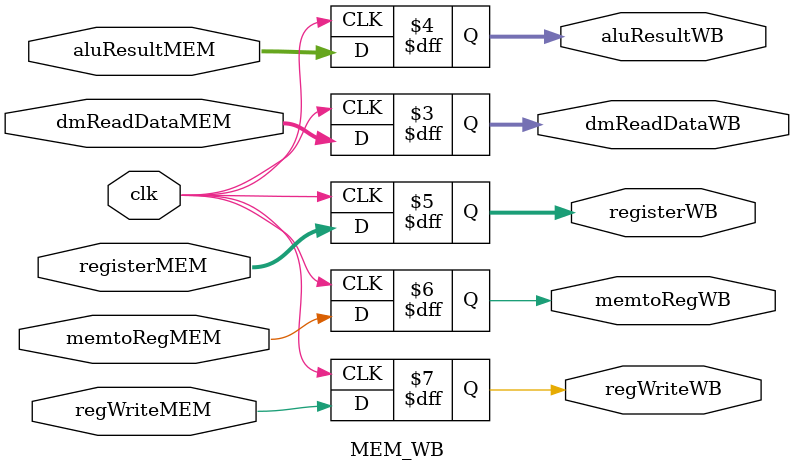
<source format=v>
`ifndef MODULE_MEM_WB
`define MODULE_MEM_WB
`timescale 1ns / 1ps

module MEM_WB (
    input               clk,

    input       [31:0]  dmReadDataMEM,
                        aluResultMEM,
    input       [4:0]   registerMEM,
    input               memtoRegMEM,
                        regWriteMEM,

    output reg  [31:0]  dmReadDataWB,
                        aluResultWB,
    output reg  [4:0]   registerWB,
    output reg          memtoRegWB,
                        regWriteWB
);

    initial begin
        dmReadDataWB    = 32'b0;
        aluResultWB     = 32'b0;
        registerWB      = 5'b0;
        memtoRegWB      = 1'b0;
        regWriteWB      = 1'b0;
    end

    always @ (posedge clk) begin
        dmReadDataWB    <= dmReadDataMEM;
        aluResultWB     <= aluResultMEM;
        registerWB      <= registerMEM;
        memtoRegWB      <= memtoRegMEM;
        regWriteWB      <= regWriteMEM;
    end

endmodule // MEM_WB

`endif // MODULE_MEM_WB

</source>
